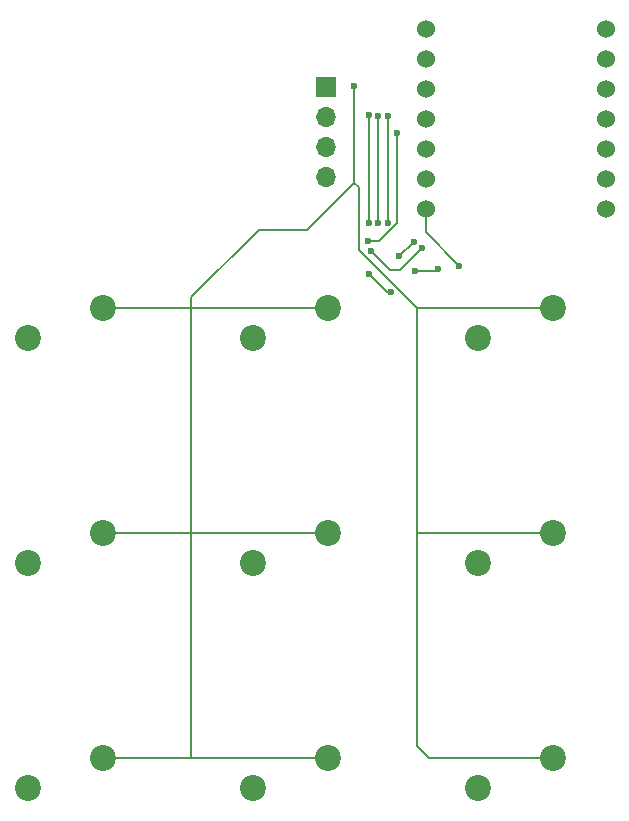
<source format=gbr>
%TF.GenerationSoftware,KiCad,Pcbnew,9.0.2*%
%TF.CreationDate,2025-06-15T18:17:56+08:00*%
%TF.ProjectId,osuPad,6f737550-6164-42e6-9b69-6361645f7063,rev?*%
%TF.SameCoordinates,Original*%
%TF.FileFunction,Copper,L2,Bot*%
%TF.FilePolarity,Positive*%
%FSLAX46Y46*%
G04 Gerber Fmt 4.6, Leading zero omitted, Abs format (unit mm)*
G04 Created by KiCad (PCBNEW 9.0.2) date 2025-06-15 18:17:56*
%MOMM*%
%LPD*%
G01*
G04 APERTURE LIST*
%TA.AperFunction,ComponentPad*%
%ADD10C,2.200000*%
%TD*%
%TA.AperFunction,ComponentPad*%
%ADD11R,1.700000X1.700000*%
%TD*%
%TA.AperFunction,ComponentPad*%
%ADD12O,1.700000X1.700000*%
%TD*%
%TA.AperFunction,ComponentPad*%
%ADD13C,1.524000*%
%TD*%
%TA.AperFunction,ViaPad*%
%ADD14C,0.600000*%
%TD*%
%TA.AperFunction,Conductor*%
%ADD15C,0.200000*%
%TD*%
G04 APERTURE END LIST*
D10*
%TO.P,SW4,1,1*%
%TO.N,GND*%
X117240000Y-105670000D03*
%TO.P,SW4,2,2*%
%TO.N,Net-(U1-GPIO29{slash}ADC3{slash}A3)*%
X110890000Y-108210000D03*
%TD*%
%TO.P,SW5,1,1*%
%TO.N,GND*%
X136290000Y-105670000D03*
%TO.P,SW5,2,2*%
%TO.N,Net-(U1-GPIO1{slash}RX)*%
X129940000Y-108210000D03*
%TD*%
%TO.P,SW6,1,1*%
%TO.N,GND*%
X155340000Y-105670000D03*
%TO.P,SW6,2,2*%
%TO.N,Net-(U1-GPIO2{slash}SCK)*%
X148990000Y-108210000D03*
%TD*%
D11*
%TO.P,Brd1,1,GND*%
%TO.N,GND*%
X136131250Y-67848750D03*
D12*
%TO.P,Brd1,2,VCC*%
%TO.N,+5V*%
X136131250Y-70388750D03*
%TO.P,Brd1,3,SCL*%
%TO.N,Net-(Brd1-SCL)*%
X136131250Y-72928750D03*
%TO.P,Brd1,4,SDA*%
%TO.N,Net-(Brd1-SDA)*%
X136131250Y-75468750D03*
%TD*%
D10*
%TO.P,SW9,1,1*%
%TO.N,GND*%
X155340000Y-86620000D03*
%TO.P,SW9,2,2*%
%TO.N,Net-(U1-GPIO0{slash}TX)*%
X148990000Y-89160000D03*
%TD*%
%TO.P,SW1,1,1*%
%TO.N,GND*%
X117240000Y-124720000D03*
%TO.P,SW1,2,2*%
%TO.N,Net-(U1-GPIO26{slash}ADC0{slash}A0)*%
X110890000Y-127260000D03*
%TD*%
%TO.P,SW8,1,1*%
%TO.N,GND*%
X136290000Y-86620000D03*
%TO.P,SW8,2,2*%
%TO.N,Net-(U1-GPIO3{slash}MOSI)*%
X129940000Y-89160000D03*
%TD*%
%TO.P,SW7,1,1*%
%TO.N,GND*%
X117240000Y-86620000D03*
%TO.P,SW7,2,2*%
%TO.N,Net-(U1-GPIO4{slash}MISO)*%
X110890000Y-89160000D03*
%TD*%
%TO.P,SW3,1,1*%
%TO.N,GND*%
X155340000Y-124720000D03*
%TO.P,SW3,2,2*%
%TO.N,Net-(U1-GPIO28{slash}ADC2{slash}A2)*%
X148990000Y-127260000D03*
%TD*%
D13*
%TO.P,U1,1,GPIO26/ADC0/A0*%
%TO.N,Net-(U1-GPIO26{slash}ADC0{slash}A0)*%
X144556250Y-62928750D03*
%TO.P,U1,2,GPIO27/ADC1/A1*%
%TO.N,Net-(U1-GPIO27{slash}ADC1{slash}A1)*%
X144556250Y-65468750D03*
%TO.P,U1,3,GPIO28/ADC2/A2*%
%TO.N,Net-(U1-GPIO28{slash}ADC2{slash}A2)*%
X144556250Y-68008750D03*
%TO.P,U1,4,GPIO29/ADC3/A3*%
%TO.N,Net-(U1-GPIO29{slash}ADC3{slash}A3)*%
X144556250Y-70548750D03*
%TO.P,U1,5,GPIO6/SDA*%
%TO.N,Net-(Brd1-SDA)*%
X144556250Y-73088750D03*
%TO.P,U1,6,GPIO7/SCL*%
%TO.N,Net-(Brd1-SCL)*%
X144556250Y-75628750D03*
%TO.P,U1,7,GPIO0/TX*%
%TO.N,Net-(U1-GPIO0{slash}TX)*%
X144556250Y-78168750D03*
%TO.P,U1,8,GPIO1/RX*%
%TO.N,Net-(U1-GPIO1{slash}RX)*%
X159796250Y-78168750D03*
%TO.P,U1,9,GPIO2/SCK*%
%TO.N,Net-(U1-GPIO2{slash}SCK)*%
X159796250Y-75628750D03*
%TO.P,U1,10,GPIO4/MISO*%
%TO.N,Net-(U1-GPIO4{slash}MISO)*%
X159796250Y-73088750D03*
%TO.P,U1,11,GPIO3/MOSI*%
%TO.N,Net-(U1-GPIO3{slash}MOSI)*%
X159796250Y-70548750D03*
%TO.P,U1,12,3V3*%
%TO.N,unconnected-(U1-3V3-Pad12)*%
X159796250Y-68008750D03*
%TO.P,U1,13,GND*%
%TO.N,GND*%
X159796250Y-65468750D03*
%TO.P,U1,14,VBUS*%
%TO.N,+5V*%
X159796250Y-62928750D03*
%TD*%
D10*
%TO.P,SW2,1,1*%
%TO.N,GND*%
X136290000Y-124720000D03*
%TO.P,SW2,2,2*%
%TO.N,Net-(U1-GPIO27{slash}ADC1{slash}A1)*%
X129940000Y-127260000D03*
%TD*%
D14*
%TO.N,GND*%
X138531250Y-67768750D03*
%TO.N,Net-(U1-GPIO26{slash}ADC0{slash}A0)*%
X139731250Y-70268750D03*
X139731250Y-79368750D03*
%TO.N,Net-(U1-GPIO27{slash}ADC1{slash}A1)*%
X140531250Y-79368750D03*
X140552616Y-70295914D03*
%TO.N,Net-(U1-GPIO28{slash}ADC2{slash}A2)*%
X141331253Y-79368750D03*
X141390585Y-70306474D03*
%TO.N,Net-(U1-GPIO29{slash}ADC3{slash}A3)*%
X139700000Y-80900000D03*
X142131250Y-71768750D03*
%TO.N,Net-(U1-GPIO1{slash}RX)*%
X139775735Y-83675735D03*
X143631250Y-83468750D03*
X145631250Y-83268750D03*
X141606985Y-85193015D03*
%TO.N,Net-(U1-GPIO4{slash}MISO)*%
X139931250Y-81768750D03*
X144255947Y-81468508D03*
%TO.N,Net-(U1-GPIO3{slash}MOSI)*%
X142331250Y-82168750D03*
X143531250Y-80968750D03*
%TO.N,Net-(U1-GPIO0{slash}TX)*%
X147400000Y-83000000D03*
%TD*%
D15*
%TO.N,GND*%
X138531250Y-75968750D02*
X134531250Y-79968750D01*
X143831250Y-105668750D02*
X143832500Y-105670000D01*
X124630000Y-105670000D02*
X117240000Y-105670000D01*
X143831250Y-105668750D02*
X143831250Y-123668750D01*
X143831250Y-86768750D02*
X143831250Y-105668750D01*
X138931250Y-81668750D02*
X143831250Y-86568750D01*
X138531250Y-67768750D02*
X138531250Y-75968750D01*
X143831250Y-123668750D02*
X144882500Y-124720000D01*
X124180000Y-86620000D02*
X117240000Y-86620000D01*
X124680000Y-86620000D02*
X136290000Y-86620000D01*
X124680000Y-86620000D02*
X124180000Y-86620000D01*
X124731250Y-105668750D02*
X124732500Y-105670000D01*
X124731250Y-105568750D02*
X124630000Y-105670000D01*
X143831250Y-86568750D02*
X143831250Y-86768750D01*
X130431250Y-79968750D02*
X124731250Y-85668750D01*
X124731250Y-85668750D02*
X124731250Y-124720000D01*
X124731250Y-124720000D02*
X136290000Y-124720000D01*
X143882500Y-86620000D02*
X155340000Y-86620000D01*
X124732500Y-105670000D02*
X136290000Y-105670000D01*
X134531250Y-79968750D02*
X130431250Y-79968750D01*
X138531250Y-75968750D02*
X138931250Y-76368750D01*
X124731250Y-124720000D02*
X117240000Y-124720000D01*
X155291250Y-124768750D02*
X155340000Y-124720000D01*
X143832500Y-105670000D02*
X155340000Y-105670000D01*
X144882500Y-124720000D02*
X155340000Y-124720000D01*
X138931250Y-76368750D02*
X138931250Y-81668750D01*
X143831250Y-86568750D02*
X143882500Y-86620000D01*
%TO.N,Net-(U1-GPIO26{slash}ADC0{slash}A0)*%
X139731250Y-70268750D02*
X139731250Y-79368750D01*
%TO.N,Net-(U1-GPIO27{slash}ADC1{slash}A1)*%
X140552616Y-70295914D02*
X140660411Y-70295914D01*
X140552616Y-70295914D02*
X140531250Y-70317280D01*
X140531250Y-70317280D02*
X140531250Y-79368750D01*
%TO.N,Net-(U1-GPIO28{slash}ADC2{slash}A2)*%
X141390585Y-70306474D02*
X141331253Y-70365806D01*
X141331253Y-70365806D02*
X141331253Y-79368750D01*
X141390585Y-70306474D02*
X141470974Y-70306474D01*
%TO.N,Net-(U1-GPIO29{slash}ADC3{slash}A3)*%
X140649946Y-80900000D02*
X139700000Y-80900000D01*
X142131250Y-71768750D02*
X142131250Y-79268750D01*
X142131250Y-79418696D02*
X140649946Y-80900000D01*
X142131250Y-79268750D02*
X142131250Y-79418696D01*
%TO.N,Net-(U1-GPIO1{slash}RX)*%
X141606985Y-85193015D02*
X141293015Y-85193015D01*
X145631250Y-83268750D02*
X145431250Y-83468750D01*
X145431250Y-83468750D02*
X143631250Y-83468750D01*
X141293015Y-85193015D02*
X139775735Y-83675735D01*
%TO.N,Net-(U1-GPIO4{slash}MISO)*%
X141531250Y-83368750D02*
X142355705Y-83368750D01*
X139931250Y-81768750D02*
X141531250Y-83368750D01*
X142355705Y-83368750D02*
X144255947Y-81468508D01*
%TO.N,Net-(U1-GPIO3{slash}MOSI)*%
X142331250Y-82168750D02*
X143531250Y-80968750D01*
%TO.N,Net-(U1-GPIO0{slash}TX)*%
X147400000Y-83000000D02*
X144556250Y-80156250D01*
X144556250Y-80156250D02*
X144556250Y-78168750D01*
%TD*%
M02*

</source>
